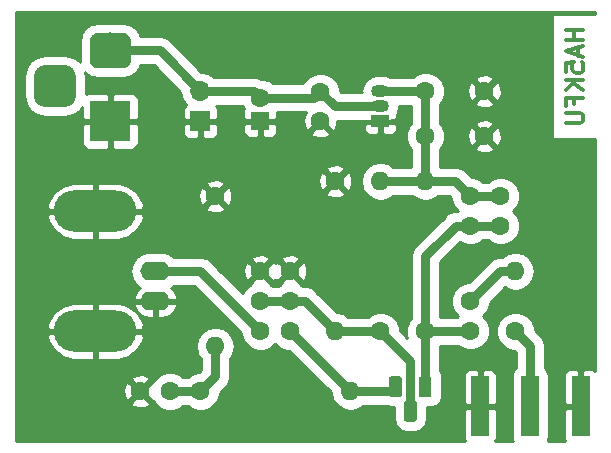
<source format=gbr>
G04 #@! TF.GenerationSoftware,KiCad,Pcbnew,5.0.0+dfsg1-2*
G04 #@! TF.CreationDate,2019-11-12T11:48:30+01:00*
G04 #@! TF.ProjectId,project1,70726F6A656374312E6B696361645F70,rev?*
G04 #@! TF.SameCoordinates,Original*
G04 #@! TF.FileFunction,Copper,L2,Bot,Signal*
G04 #@! TF.FilePolarity,Positive*
%FSLAX46Y46*%
G04 Gerber Fmt 4.6, Leading zero omitted, Abs format (unit mm)*
G04 Created by KiCad (PCBNEW 5.0.0+dfsg1-2) date Tue Nov 12 11:48:30 2019*
%MOMM*%
%LPD*%
G01*
G04 APERTURE LIST*
G04 #@! TA.AperFunction,NonConductor*
%ADD10C,0.300000*%
G04 #@! TD*
G04 #@! TA.AperFunction,ComponentPad*
%ADD11C,1.600000*%
G04 #@! TD*
G04 #@! TA.AperFunction,ComponentPad*
%ADD12O,1.600000X1.600000*%
G04 #@! TD*
G04 #@! TA.AperFunction,ComponentPad*
%ADD13R,1.600000X1.600000*%
G04 #@! TD*
G04 #@! TA.AperFunction,ComponentPad*
%ADD14R,3.500000X3.500000*%
G04 #@! TD*
G04 #@! TA.AperFunction,Conductor*
%ADD15C,0.100000*%
G04 #@! TD*
G04 #@! TA.AperFunction,ComponentPad*
%ADD16C,3.000000*%
G04 #@! TD*
G04 #@! TA.AperFunction,ComponentPad*
%ADD17C,3.500000*%
G04 #@! TD*
G04 #@! TA.AperFunction,ComponentPad*
%ADD18O,7.000000X3.500000*%
G04 #@! TD*
G04 #@! TA.AperFunction,ComponentPad*
%ADD19O,2.500000X1.600000*%
G04 #@! TD*
G04 #@! TA.AperFunction,SMDPad,CuDef*
%ADD20R,1.500000X5.080000*%
G04 #@! TD*
G04 #@! TA.AperFunction,ComponentPad*
%ADD21R,1.700000X1.700000*%
G04 #@! TD*
G04 #@! TA.AperFunction,ComponentPad*
%ADD22O,1.700000X1.700000*%
G04 #@! TD*
G04 #@! TA.AperFunction,ComponentPad*
%ADD23C,1.100000*%
G04 #@! TD*
G04 #@! TA.AperFunction,ComponentPad*
%ADD24R,1.100000X1.800000*%
G04 #@! TD*
G04 #@! TA.AperFunction,ComponentPad*
%ADD25O,1.500000X1.050000*%
G04 #@! TD*
G04 #@! TA.AperFunction,ComponentPad*
%ADD26R,1.500000X1.050000*%
G04 #@! TD*
G04 #@! TA.AperFunction,Conductor*
%ADD27C,0.800000*%
G04 #@! TD*
G04 #@! TA.AperFunction,Conductor*
%ADD28C,0.254000*%
G04 #@! TD*
G04 APERTURE END LIST*
D10*
X163238571Y-76045714D02*
X161738571Y-76045714D01*
X162452857Y-76045714D02*
X162452857Y-76902857D01*
X163238571Y-76902857D02*
X161738571Y-76902857D01*
X162810000Y-77545714D02*
X162810000Y-78260000D01*
X163238571Y-77402857D02*
X161738571Y-77902857D01*
X163238571Y-78402857D01*
X161738571Y-79617142D02*
X161738571Y-78902857D01*
X162452857Y-78831428D01*
X162381428Y-78902857D01*
X162310000Y-79045714D01*
X162310000Y-79402857D01*
X162381428Y-79545714D01*
X162452857Y-79617142D01*
X162595714Y-79688571D01*
X162952857Y-79688571D01*
X163095714Y-79617142D01*
X163167142Y-79545714D01*
X163238571Y-79402857D01*
X163238571Y-79045714D01*
X163167142Y-78902857D01*
X163095714Y-78831428D01*
X163238571Y-80331428D02*
X161738571Y-80331428D01*
X163238571Y-81188571D02*
X162381428Y-80545714D01*
X161738571Y-81188571D02*
X162595714Y-80331428D01*
X162452857Y-82331428D02*
X162452857Y-81831428D01*
X163238571Y-81831428D02*
X161738571Y-81831428D01*
X161738571Y-82545714D01*
X161738571Y-83117142D02*
X162952857Y-83117142D01*
X163095714Y-83188571D01*
X163167142Y-83260000D01*
X163238571Y-83402857D01*
X163238571Y-83688571D01*
X163167142Y-83831428D01*
X163095714Y-83902857D01*
X162952857Y-83974285D01*
X161738571Y-83974285D01*
D11*
G04 #@! TO.P,L2,1*
G04 #@! TO.N,Net-(J2-Pad1)*
X157480000Y-101600000D03*
D12*
G04 #@! TO.P,L2,2*
G04 #@! TO.N,Net-(C7-Pad1)*
X157480000Y-96520000D03*
G04 #@! TD*
D13*
G04 #@! TO.P,C4,1*
G04 #@! TO.N,GND*
X135890000Y-83820000D03*
D11*
G04 #@! TO.P,C4,2*
G04 #@! TO.N,Net-(BT1-Pad2)*
X135890000Y-81820000D03*
G04 #@! TD*
G04 #@! TO.P,C2,1*
G04 #@! TO.N,GND*
X140970000Y-83820000D03*
G04 #@! TO.P,C2,2*
G04 #@! TO.N,Net-(BT1-Pad2)*
X140970000Y-81320000D03*
G04 #@! TD*
G04 #@! TO.P,C1,2*
G04 #@! TO.N,Net-(C1-Pad2)*
X135890000Y-99020000D03*
G04 #@! TO.P,C1,1*
G04 #@! TO.N,GND*
X135890000Y-96520000D03*
G04 #@! TD*
G04 #@! TO.P,C3,1*
G04 #@! TO.N,GND*
X138430000Y-96520000D03*
G04 #@! TO.P,C3,2*
G04 #@! TO.N,Net-(C1-Pad2)*
X138430000Y-99020000D03*
G04 #@! TD*
G04 #@! TO.P,C5,1*
G04 #@! TO.N,Net-(C11-Pad1)*
X153670000Y-92670000D03*
G04 #@! TO.P,C5,2*
G04 #@! TO.N,-9V*
X153670000Y-90170000D03*
G04 #@! TD*
G04 #@! TO.P,C6,2*
G04 #@! TO.N,Net-(C6-Pad2)*
X138390000Y-101600000D03*
G04 #@! TO.P,C6,1*
G04 #@! TO.N,Net-(C6-Pad1)*
X135890000Y-101600000D03*
G04 #@! TD*
G04 #@! TO.P,C7,1*
G04 #@! TO.N,Net-(C7-Pad1)*
X153670000Y-99060000D03*
G04 #@! TO.P,C7,2*
G04 #@! TO.N,Net-(C11-Pad1)*
X153670000Y-101560000D03*
G04 #@! TD*
G04 #@! TO.P,C10,2*
G04 #@! TO.N,GND*
X125730000Y-106680000D03*
G04 #@! TO.P,C10,1*
G04 #@! TO.N,Net-(C10-Pad1)*
X128230000Y-106680000D03*
G04 #@! TD*
G04 #@! TO.P,C11,1*
G04 #@! TO.N,Net-(C11-Pad1)*
X156210000Y-92670000D03*
G04 #@! TO.P,C11,2*
G04 #@! TO.N,-9V*
X156210000Y-90170000D03*
G04 #@! TD*
G04 #@! TO.P,C9,2*
G04 #@! TO.N,GND*
X154860000Y-81280000D03*
G04 #@! TO.P,C9,1*
G04 #@! TO.N,-9V*
X149860000Y-81280000D03*
G04 #@! TD*
G04 #@! TO.P,C8,1*
G04 #@! TO.N,-9V*
X149860000Y-85090000D03*
G04 #@! TO.P,C8,2*
G04 #@! TO.N,GND*
X154860000Y-85090000D03*
G04 #@! TD*
D14*
G04 #@! TO.P,J3,1*
G04 #@! TO.N,GND*
X123190000Y-83820000D03*
D15*
G04 #@! TD*
G04 #@! TO.N,Net-(BT1-Pad2)*
G04 #@! TO.C,J3*
G36*
X124263513Y-76323611D02*
X124336318Y-76334411D01*
X124407714Y-76352295D01*
X124477013Y-76377090D01*
X124543548Y-76408559D01*
X124606678Y-76446398D01*
X124665795Y-76490242D01*
X124720330Y-76539670D01*
X124769758Y-76594205D01*
X124813602Y-76653322D01*
X124851441Y-76716452D01*
X124882910Y-76782987D01*
X124907705Y-76852286D01*
X124925589Y-76923682D01*
X124936389Y-76996487D01*
X124940000Y-77070000D01*
X124940000Y-78570000D01*
X124936389Y-78643513D01*
X124925589Y-78716318D01*
X124907705Y-78787714D01*
X124882910Y-78857013D01*
X124851441Y-78923548D01*
X124813602Y-78986678D01*
X124769758Y-79045795D01*
X124720330Y-79100330D01*
X124665795Y-79149758D01*
X124606678Y-79193602D01*
X124543548Y-79231441D01*
X124477013Y-79262910D01*
X124407714Y-79287705D01*
X124336318Y-79305589D01*
X124263513Y-79316389D01*
X124190000Y-79320000D01*
X122190000Y-79320000D01*
X122116487Y-79316389D01*
X122043682Y-79305589D01*
X121972286Y-79287705D01*
X121902987Y-79262910D01*
X121836452Y-79231441D01*
X121773322Y-79193602D01*
X121714205Y-79149758D01*
X121659670Y-79100330D01*
X121610242Y-79045795D01*
X121566398Y-78986678D01*
X121528559Y-78923548D01*
X121497090Y-78857013D01*
X121472295Y-78787714D01*
X121454411Y-78716318D01*
X121443611Y-78643513D01*
X121440000Y-78570000D01*
X121440000Y-77070000D01*
X121443611Y-76996487D01*
X121454411Y-76923682D01*
X121472295Y-76852286D01*
X121497090Y-76782987D01*
X121528559Y-76716452D01*
X121566398Y-76653322D01*
X121610242Y-76594205D01*
X121659670Y-76539670D01*
X121714205Y-76490242D01*
X121773322Y-76446398D01*
X121836452Y-76408559D01*
X121902987Y-76377090D01*
X121972286Y-76352295D01*
X122043682Y-76334411D01*
X122116487Y-76323611D01*
X122190000Y-76320000D01*
X124190000Y-76320000D01*
X124263513Y-76323611D01*
X124263513Y-76323611D01*
G37*
D16*
G04 #@! TO.P,J3,2*
G04 #@! TO.N,Net-(BT1-Pad2)*
X123190000Y-77820000D03*
D15*
G04 #@! TD*
G04 #@! TO.N,N/C*
G04 #@! TO.C,J3*
G36*
X119450765Y-79074213D02*
X119535704Y-79086813D01*
X119618999Y-79107677D01*
X119699848Y-79136605D01*
X119777472Y-79173319D01*
X119851124Y-79217464D01*
X119920094Y-79268616D01*
X119983718Y-79326282D01*
X120041384Y-79389906D01*
X120092536Y-79458876D01*
X120136681Y-79532528D01*
X120173395Y-79610152D01*
X120202323Y-79691001D01*
X120223187Y-79774296D01*
X120235787Y-79859235D01*
X120240000Y-79945000D01*
X120240000Y-81695000D01*
X120235787Y-81780765D01*
X120223187Y-81865704D01*
X120202323Y-81948999D01*
X120173395Y-82029848D01*
X120136681Y-82107472D01*
X120092536Y-82181124D01*
X120041384Y-82250094D01*
X119983718Y-82313718D01*
X119920094Y-82371384D01*
X119851124Y-82422536D01*
X119777472Y-82466681D01*
X119699848Y-82503395D01*
X119618999Y-82532323D01*
X119535704Y-82553187D01*
X119450765Y-82565787D01*
X119365000Y-82570000D01*
X117615000Y-82570000D01*
X117529235Y-82565787D01*
X117444296Y-82553187D01*
X117361001Y-82532323D01*
X117280152Y-82503395D01*
X117202528Y-82466681D01*
X117128876Y-82422536D01*
X117059906Y-82371384D01*
X116996282Y-82313718D01*
X116938616Y-82250094D01*
X116887464Y-82181124D01*
X116843319Y-82107472D01*
X116806605Y-82029848D01*
X116777677Y-81948999D01*
X116756813Y-81865704D01*
X116744213Y-81780765D01*
X116740000Y-81695000D01*
X116740000Y-79945000D01*
X116744213Y-79859235D01*
X116756813Y-79774296D01*
X116777677Y-79691001D01*
X116806605Y-79610152D01*
X116843319Y-79532528D01*
X116887464Y-79458876D01*
X116938616Y-79389906D01*
X116996282Y-79326282D01*
X117059906Y-79268616D01*
X117128876Y-79217464D01*
X117202528Y-79173319D01*
X117280152Y-79136605D01*
X117361001Y-79107677D01*
X117444296Y-79086813D01*
X117529235Y-79074213D01*
X117615000Y-79070000D01*
X119365000Y-79070000D01*
X119450765Y-79074213D01*
X119450765Y-79074213D01*
G37*
D17*
G04 #@! TO.P,J3,3*
G04 #@! TO.N,N/C*
X118490000Y-80820000D03*
G04 #@! TD*
D18*
G04 #@! TO.P,J1,2*
G04 #@! TO.N,GND*
X121920000Y-101600000D03*
X121920000Y-91440000D03*
D19*
G04 #@! TO.P,J1,1*
G04 #@! TO.N,Net-(C6-Pad1)*
X127000000Y-96520000D03*
G04 #@! TO.P,J1,2*
G04 #@! TO.N,GND*
X127000000Y-99060000D03*
G04 #@! TD*
D20*
G04 #@! TO.P,J2,2*
G04 #@! TO.N,GND*
X163000000Y-107950000D03*
X154500000Y-107950000D03*
G04 #@! TO.P,J2,1*
G04 #@! TO.N,Net-(J2-Pad1)*
X158750000Y-107950000D03*
G04 #@! TD*
D21*
G04 #@! TO.P,BT1,1*
G04 #@! TO.N,GND*
X130810000Y-83820000D03*
D22*
G04 #@! TO.P,BT1,2*
G04 #@! TO.N,Net-(BT1-Pad2)*
X130810000Y-81280000D03*
G04 #@! TD*
D15*
G04 #@! TO.N,Net-(C1-Pad2)*
G04 #@! TO.C,Q1*
G36*
X148891955Y-107451324D02*
X148918650Y-107455284D01*
X148944828Y-107461841D01*
X148970238Y-107470933D01*
X148994634Y-107482472D01*
X149017782Y-107496346D01*
X149039458Y-107512422D01*
X149059454Y-107530546D01*
X149077578Y-107550542D01*
X149093654Y-107572218D01*
X149107528Y-107595366D01*
X149119067Y-107619762D01*
X149128159Y-107645172D01*
X149134716Y-107671350D01*
X149138676Y-107698045D01*
X149140000Y-107725000D01*
X149140000Y-108975000D01*
X149138676Y-109001955D01*
X149134716Y-109028650D01*
X149128159Y-109054828D01*
X149119067Y-109080238D01*
X149107528Y-109104634D01*
X149093654Y-109127782D01*
X149077578Y-109149458D01*
X149059454Y-109169454D01*
X149039458Y-109187578D01*
X149017782Y-109203654D01*
X148994634Y-109217528D01*
X148970238Y-109229067D01*
X148944828Y-109238159D01*
X148918650Y-109244716D01*
X148891955Y-109248676D01*
X148865000Y-109250000D01*
X148315000Y-109250000D01*
X148288045Y-109248676D01*
X148261350Y-109244716D01*
X148235172Y-109238159D01*
X148209762Y-109229067D01*
X148185366Y-109217528D01*
X148162218Y-109203654D01*
X148140542Y-109187578D01*
X148120546Y-109169454D01*
X148102422Y-109149458D01*
X148086346Y-109127782D01*
X148072472Y-109104634D01*
X148060933Y-109080238D01*
X148051841Y-109054828D01*
X148045284Y-109028650D01*
X148041324Y-109001955D01*
X148040000Y-108975000D01*
X148040000Y-107725000D01*
X148041324Y-107698045D01*
X148045284Y-107671350D01*
X148051841Y-107645172D01*
X148060933Y-107619762D01*
X148072472Y-107595366D01*
X148086346Y-107572218D01*
X148102422Y-107550542D01*
X148120546Y-107530546D01*
X148140542Y-107512422D01*
X148162218Y-107496346D01*
X148185366Y-107482472D01*
X148209762Y-107470933D01*
X148235172Y-107461841D01*
X148261350Y-107455284D01*
X148288045Y-107451324D01*
X148315000Y-107450000D01*
X148865000Y-107450000D01*
X148891955Y-107451324D01*
X148891955Y-107451324D01*
G37*
D23*
G04 #@! TD*
G04 #@! TO.P,Q1,2*
G04 #@! TO.N,Net-(C1-Pad2)*
X148590000Y-108350000D03*
D15*
G04 #@! TO.N,Net-(C6-Pad2)*
G04 #@! TO.C,Q1*
G36*
X147621955Y-105381324D02*
X147648650Y-105385284D01*
X147674828Y-105391841D01*
X147700238Y-105400933D01*
X147724634Y-105412472D01*
X147747782Y-105426346D01*
X147769458Y-105442422D01*
X147789454Y-105460546D01*
X147807578Y-105480542D01*
X147823654Y-105502218D01*
X147837528Y-105525366D01*
X147849067Y-105549762D01*
X147858159Y-105575172D01*
X147864716Y-105601350D01*
X147868676Y-105628045D01*
X147870000Y-105655000D01*
X147870000Y-106905000D01*
X147868676Y-106931955D01*
X147864716Y-106958650D01*
X147858159Y-106984828D01*
X147849067Y-107010238D01*
X147837528Y-107034634D01*
X147823654Y-107057782D01*
X147807578Y-107079458D01*
X147789454Y-107099454D01*
X147769458Y-107117578D01*
X147747782Y-107133654D01*
X147724634Y-107147528D01*
X147700238Y-107159067D01*
X147674828Y-107168159D01*
X147648650Y-107174716D01*
X147621955Y-107178676D01*
X147595000Y-107180000D01*
X147045000Y-107180000D01*
X147018045Y-107178676D01*
X146991350Y-107174716D01*
X146965172Y-107168159D01*
X146939762Y-107159067D01*
X146915366Y-107147528D01*
X146892218Y-107133654D01*
X146870542Y-107117578D01*
X146850546Y-107099454D01*
X146832422Y-107079458D01*
X146816346Y-107057782D01*
X146802472Y-107034634D01*
X146790933Y-107010238D01*
X146781841Y-106984828D01*
X146775284Y-106958650D01*
X146771324Y-106931955D01*
X146770000Y-106905000D01*
X146770000Y-105655000D01*
X146771324Y-105628045D01*
X146775284Y-105601350D01*
X146781841Y-105575172D01*
X146790933Y-105549762D01*
X146802472Y-105525366D01*
X146816346Y-105502218D01*
X146832422Y-105480542D01*
X146850546Y-105460546D01*
X146870542Y-105442422D01*
X146892218Y-105426346D01*
X146915366Y-105412472D01*
X146939762Y-105400933D01*
X146965172Y-105391841D01*
X146991350Y-105385284D01*
X147018045Y-105381324D01*
X147045000Y-105380000D01*
X147595000Y-105380000D01*
X147621955Y-105381324D01*
X147621955Y-105381324D01*
G37*
D23*
G04 #@! TD*
G04 #@! TO.P,Q1,3*
G04 #@! TO.N,Net-(C6-Pad2)*
X147320000Y-106280000D03*
D24*
G04 #@! TO.P,Q1,1*
G04 #@! TO.N,Net-(C11-Pad1)*
X149860000Y-106280000D03*
G04 #@! TD*
D25*
G04 #@! TO.P,U1,2*
G04 #@! TO.N,Net-(BT1-Pad2)*
X146050000Y-82550000D03*
G04 #@! TO.P,U1,3*
G04 #@! TO.N,-9V*
X146050000Y-81280000D03*
D26*
G04 #@! TO.P,U1,1*
G04 #@! TO.N,GND*
X146050000Y-83820000D03*
G04 #@! TD*
D12*
G04 #@! TO.P,R3,2*
G04 #@! TO.N,Net-(C10-Pad1)*
X132080000Y-102870000D03*
D11*
G04 #@! TO.P,R3,1*
G04 #@! TO.N,GND*
X132080000Y-90170000D03*
G04 #@! TD*
G04 #@! TO.P,L1,1*
G04 #@! TO.N,Net-(C11-Pad1)*
X149860000Y-101600000D03*
D12*
G04 #@! TO.P,L1,2*
G04 #@! TO.N,-9V*
X149860000Y-88900000D03*
G04 #@! TD*
D11*
G04 #@! TO.P,L3,1*
G04 #@! TO.N,Net-(C10-Pad1)*
X130810000Y-106680000D03*
D12*
G04 #@! TO.P,L3,2*
G04 #@! TO.N,Net-(C6-Pad2)*
X143510000Y-106680000D03*
G04 #@! TD*
G04 #@! TO.P,R1,2*
G04 #@! TO.N,Net-(C1-Pad2)*
X142240000Y-101600000D03*
D11*
G04 #@! TO.P,R1,1*
G04 #@! TO.N,GND*
X142240000Y-88900000D03*
G04 #@! TD*
G04 #@! TO.P,R2,1*
G04 #@! TO.N,Net-(C1-Pad2)*
X146050000Y-101600000D03*
D12*
G04 #@! TO.P,R2,2*
G04 #@! TO.N,-9V*
X146050000Y-88900000D03*
G04 #@! TD*
D27*
G04 #@! TO.N,Net-(C1-Pad2)*
X135890000Y-99020000D02*
X138430000Y-99020000D01*
X139660000Y-99020000D02*
X142240000Y-101600000D01*
X138430000Y-99020000D02*
X139660000Y-99020000D01*
X142240000Y-101600000D02*
X146050000Y-101600000D01*
X148590000Y-104140000D02*
X146050000Y-101600000D01*
X148590000Y-107950000D02*
X148590000Y-104140000D01*
G04 #@! TO.N,-9V*
X146050000Y-81280000D02*
X149860000Y-81280000D01*
X149860000Y-81280000D02*
X149860000Y-85090000D01*
X146050000Y-88900000D02*
X149860000Y-88900000D01*
X149860000Y-88900000D02*
X149860000Y-85090000D01*
X152400000Y-88900000D02*
X153670000Y-90170000D01*
X149860000Y-88900000D02*
X152400000Y-88900000D01*
X153670000Y-90170000D02*
X156210000Y-90170000D01*
G04 #@! TO.N,Net-(C10-Pad1)*
X132080000Y-105410000D02*
X130810000Y-106680000D01*
X132080000Y-102870000D02*
X132080000Y-105410000D01*
X130810000Y-106680000D02*
X128230000Y-106680000D01*
G04 #@! TO.N,Net-(C6-Pad2)*
X138430000Y-101600000D02*
X143510000Y-106680000D01*
X138390000Y-101600000D02*
X138430000Y-101600000D01*
X143510000Y-106680000D02*
X147320000Y-106680000D01*
G04 #@! TO.N,Net-(C7-Pad1)*
X156210000Y-96520000D02*
X153670000Y-99060000D01*
X157480000Y-96520000D02*
X156210000Y-96520000D01*
G04 #@! TO.N,Net-(J2-Pad1)*
X158750000Y-102870000D02*
X157480000Y-101600000D01*
X158750000Y-107950000D02*
X158750000Y-102870000D01*
G04 #@! TO.N,Net-(C11-Pad1)*
X149860000Y-101600000D02*
X149860000Y-106680000D01*
X153630000Y-101600000D02*
X153670000Y-101560000D01*
X149860000Y-101600000D02*
X153630000Y-101600000D01*
X153670000Y-92670000D02*
X152440000Y-92670000D01*
X149860000Y-95250000D02*
X149860000Y-101600000D01*
X152440000Y-92670000D02*
X149860000Y-95250000D01*
X156210000Y-92670000D02*
X153670000Y-92670000D01*
G04 #@! TO.N,Net-(BT1-Pad2)*
X127350000Y-77820000D02*
X130810000Y-81280000D01*
X123190000Y-77820000D02*
X127350000Y-77820000D01*
X135350000Y-81280000D02*
X135890000Y-81820000D01*
X130810000Y-81280000D02*
X135350000Y-81280000D01*
X140470000Y-81820000D02*
X140970000Y-81320000D01*
X135890000Y-81820000D02*
X140470000Y-81820000D01*
X142200000Y-82550000D02*
X140970000Y-81320000D01*
X146050000Y-82550000D02*
X142200000Y-82550000D01*
G04 #@! TO.N,Net-(C6-Pad1)*
X130810000Y-96520000D02*
X135890000Y-101600000D01*
X127000000Y-96520000D02*
X130810000Y-96520000D01*
G04 #@! TD*
D28*
G04 #@! TO.N,GND*
G36*
X164198000Y-74711571D02*
X160578000Y-74711571D01*
X160578000Y-85308428D01*
X164198000Y-85308428D01*
X164198001Y-104959975D01*
X164109698Y-104871673D01*
X163876309Y-104775000D01*
X163285750Y-104775000D01*
X163127000Y-104933750D01*
X163127000Y-107823000D01*
X163147000Y-107823000D01*
X163147000Y-108077000D01*
X163127000Y-108077000D01*
X163127000Y-108097000D01*
X162873000Y-108097000D01*
X162873000Y-108077000D01*
X161773750Y-108077000D01*
X161615000Y-108235750D01*
X161615000Y-110616310D01*
X161711673Y-110849699D01*
X161719974Y-110858000D01*
X160248733Y-110858000D01*
X160279016Y-110812679D01*
X160343201Y-110490000D01*
X160343201Y-105410000D01*
X160318077Y-105283690D01*
X161615000Y-105283690D01*
X161615000Y-107664250D01*
X161773750Y-107823000D01*
X162873000Y-107823000D01*
X162873000Y-104933750D01*
X162714250Y-104775000D01*
X162123691Y-104775000D01*
X161890302Y-104871673D01*
X161711673Y-105050301D01*
X161615000Y-105283690D01*
X160318077Y-105283690D01*
X160279016Y-105087321D01*
X160096233Y-104813767D01*
X159977000Y-104734098D01*
X159977000Y-102990842D01*
X160001037Y-102869999D01*
X159977000Y-102749154D01*
X159977000Y-102749153D01*
X159905808Y-102391248D01*
X159801289Y-102234824D01*
X159703071Y-102087831D01*
X159703070Y-102087830D01*
X159634617Y-101985383D01*
X159532169Y-101916930D01*
X159107000Y-101491760D01*
X159107000Y-101276370D01*
X158859304Y-100678378D01*
X158401622Y-100220696D01*
X157803630Y-99973000D01*
X157156370Y-99973000D01*
X156558378Y-100220696D01*
X156100696Y-100678378D01*
X155853000Y-101276370D01*
X155853000Y-101923630D01*
X156100696Y-102521622D01*
X156558378Y-102979304D01*
X157156370Y-103227000D01*
X157371760Y-103227000D01*
X157523001Y-103378241D01*
X157523001Y-104734098D01*
X157403767Y-104813767D01*
X157220984Y-105087321D01*
X157156799Y-105410000D01*
X157156799Y-110490000D01*
X157220984Y-110812679D01*
X157251267Y-110858000D01*
X155780026Y-110858000D01*
X155788327Y-110849699D01*
X155885000Y-110616310D01*
X155885000Y-108235750D01*
X155726250Y-108077000D01*
X154627000Y-108077000D01*
X154627000Y-108097000D01*
X154373000Y-108097000D01*
X154373000Y-108077000D01*
X153273750Y-108077000D01*
X153115000Y-108235750D01*
X153115000Y-110616310D01*
X153211673Y-110849699D01*
X153219974Y-110858000D01*
X115202000Y-110858000D01*
X115202000Y-107687745D01*
X124901861Y-107687745D01*
X124975995Y-107933864D01*
X125513223Y-108126965D01*
X126083454Y-108099778D01*
X126484005Y-107933864D01*
X126558139Y-107687745D01*
X125730000Y-106859605D01*
X124901861Y-107687745D01*
X115202000Y-107687745D01*
X115202000Y-106463223D01*
X124283035Y-106463223D01*
X124310222Y-107033454D01*
X124476136Y-107434005D01*
X124722255Y-107508139D01*
X125550395Y-106680000D01*
X125909605Y-106680000D01*
X126737745Y-107508139D01*
X126803740Y-107488260D01*
X126850696Y-107601622D01*
X127308378Y-108059304D01*
X127906370Y-108307000D01*
X128553630Y-108307000D01*
X129151622Y-108059304D01*
X129303926Y-107907000D01*
X129736074Y-107907000D01*
X129888378Y-108059304D01*
X130486370Y-108307000D01*
X131133630Y-108307000D01*
X131731622Y-108059304D01*
X132189304Y-107601622D01*
X132437000Y-107003630D01*
X132437000Y-106788240D01*
X132862169Y-106363070D01*
X132964617Y-106294617D01*
X133235808Y-105888752D01*
X133307000Y-105530847D01*
X133307000Y-105530844D01*
X133331037Y-105410001D01*
X133307000Y-105289158D01*
X133307000Y-103962186D01*
X133612600Y-103504824D01*
X133738874Y-102870000D01*
X133612600Y-102235176D01*
X133253001Y-101696999D01*
X132714824Y-101337400D01*
X132240242Y-101243000D01*
X131919758Y-101243000D01*
X131445176Y-101337400D01*
X130906999Y-101696999D01*
X130547400Y-102235176D01*
X130421126Y-102870000D01*
X130547400Y-103504824D01*
X130853000Y-103962187D01*
X130853001Y-104901760D01*
X130701760Y-105053000D01*
X130486370Y-105053000D01*
X129888378Y-105300696D01*
X129736074Y-105453000D01*
X129303926Y-105453000D01*
X129151622Y-105300696D01*
X128553630Y-105053000D01*
X127906370Y-105053000D01*
X127308378Y-105300696D01*
X126850696Y-105758378D01*
X126803740Y-105871740D01*
X126737745Y-105851861D01*
X125909605Y-106680000D01*
X125550395Y-106680000D01*
X124722255Y-105851861D01*
X124476136Y-105925995D01*
X124283035Y-106463223D01*
X115202000Y-106463223D01*
X115202000Y-105672255D01*
X124901861Y-105672255D01*
X125730000Y-106500395D01*
X126558139Y-105672255D01*
X126484005Y-105426136D01*
X125946777Y-105233035D01*
X125376546Y-105260222D01*
X124975995Y-105426136D01*
X124901861Y-105672255D01*
X115202000Y-105672255D01*
X115202000Y-102098003D01*
X117837573Y-102098003D01*
X117917946Y-102395367D01*
X118393747Y-103196647D01*
X119139967Y-103754852D01*
X120043000Y-103985000D01*
X121793000Y-103985000D01*
X121793000Y-101727000D01*
X122047000Y-101727000D01*
X122047000Y-103985000D01*
X123797000Y-103985000D01*
X124700033Y-103754852D01*
X125446253Y-103196647D01*
X125922054Y-102395367D01*
X126002427Y-102098003D01*
X125892625Y-101727000D01*
X122047000Y-101727000D01*
X121793000Y-101727000D01*
X117947375Y-101727000D01*
X117837573Y-102098003D01*
X115202000Y-102098003D01*
X115202000Y-101101997D01*
X117837573Y-101101997D01*
X117947375Y-101473000D01*
X121793000Y-101473000D01*
X121793000Y-99215000D01*
X122047000Y-99215000D01*
X122047000Y-101473000D01*
X125892625Y-101473000D01*
X126002427Y-101101997D01*
X125922054Y-100804633D01*
X125446253Y-100003353D01*
X124700033Y-99445148D01*
X124558352Y-99409039D01*
X125158096Y-99409039D01*
X125175633Y-99491819D01*
X125445500Y-99984896D01*
X125883517Y-100337166D01*
X126423000Y-100495000D01*
X126873000Y-100495000D01*
X126873000Y-99187000D01*
X127127000Y-99187000D01*
X127127000Y-100495000D01*
X127577000Y-100495000D01*
X128116483Y-100337166D01*
X128554500Y-99984896D01*
X128824367Y-99491819D01*
X128841904Y-99409039D01*
X128719915Y-99187000D01*
X127127000Y-99187000D01*
X126873000Y-99187000D01*
X125280085Y-99187000D01*
X125158096Y-99409039D01*
X124558352Y-99409039D01*
X123797000Y-99215000D01*
X122047000Y-99215000D01*
X121793000Y-99215000D01*
X120043000Y-99215000D01*
X119139967Y-99445148D01*
X118393747Y-100003353D01*
X117917946Y-100804633D01*
X117837573Y-101101997D01*
X115202000Y-101101997D01*
X115202000Y-91938003D01*
X117837573Y-91938003D01*
X117917946Y-92235367D01*
X118393747Y-93036647D01*
X119139967Y-93594852D01*
X120043000Y-93825000D01*
X121793000Y-93825000D01*
X121793000Y-91567000D01*
X122047000Y-91567000D01*
X122047000Y-93825000D01*
X123797000Y-93825000D01*
X124700033Y-93594852D01*
X125446253Y-93036647D01*
X125922054Y-92235367D01*
X126002427Y-91938003D01*
X125892625Y-91567000D01*
X122047000Y-91567000D01*
X121793000Y-91567000D01*
X117947375Y-91567000D01*
X117837573Y-91938003D01*
X115202000Y-91938003D01*
X115202000Y-90941997D01*
X117837573Y-90941997D01*
X117947375Y-91313000D01*
X121793000Y-91313000D01*
X121793000Y-89055000D01*
X122047000Y-89055000D01*
X122047000Y-91313000D01*
X125892625Y-91313000D01*
X125932655Y-91177745D01*
X131251861Y-91177745D01*
X131325995Y-91423864D01*
X131863223Y-91616965D01*
X132433454Y-91589778D01*
X132834005Y-91423864D01*
X132908139Y-91177745D01*
X132080000Y-90349605D01*
X131251861Y-91177745D01*
X125932655Y-91177745D01*
X126002427Y-90941997D01*
X125922054Y-90644633D01*
X125511494Y-89953223D01*
X130633035Y-89953223D01*
X130660222Y-90523454D01*
X130826136Y-90924005D01*
X131072255Y-90998139D01*
X131900395Y-90170000D01*
X132259605Y-90170000D01*
X133087745Y-90998139D01*
X133333864Y-90924005D01*
X133526965Y-90386777D01*
X133504127Y-89907745D01*
X141411861Y-89907745D01*
X141485995Y-90153864D01*
X142023223Y-90346965D01*
X142593454Y-90319778D01*
X142994005Y-90153864D01*
X143068139Y-89907745D01*
X142240000Y-89079605D01*
X141411861Y-89907745D01*
X133504127Y-89907745D01*
X133499778Y-89816546D01*
X133333864Y-89415995D01*
X133087745Y-89341861D01*
X132259605Y-90170000D01*
X131900395Y-90170000D01*
X131072255Y-89341861D01*
X130826136Y-89415995D01*
X130633035Y-89953223D01*
X125511494Y-89953223D01*
X125446253Y-89843353D01*
X124700033Y-89285148D01*
X124217838Y-89162255D01*
X131251861Y-89162255D01*
X132080000Y-89990395D01*
X132908139Y-89162255D01*
X132834005Y-88916136D01*
X132296777Y-88723035D01*
X131726546Y-88750222D01*
X131325995Y-88916136D01*
X131251861Y-89162255D01*
X124217838Y-89162255D01*
X123797000Y-89055000D01*
X122047000Y-89055000D01*
X121793000Y-89055000D01*
X120043000Y-89055000D01*
X119139967Y-89285148D01*
X118393747Y-89843353D01*
X117917946Y-90644633D01*
X117837573Y-90941997D01*
X115202000Y-90941997D01*
X115202000Y-88683223D01*
X140793035Y-88683223D01*
X140820222Y-89253454D01*
X140986136Y-89654005D01*
X141232255Y-89728139D01*
X142060395Y-88900000D01*
X142419605Y-88900000D01*
X143247745Y-89728139D01*
X143493864Y-89654005D01*
X143686965Y-89116777D01*
X143659778Y-88546546D01*
X143493864Y-88145995D01*
X143247745Y-88071861D01*
X142419605Y-88900000D01*
X142060395Y-88900000D01*
X141232255Y-88071861D01*
X140986136Y-88145995D01*
X140793035Y-88683223D01*
X115202000Y-88683223D01*
X115202000Y-87892255D01*
X141411861Y-87892255D01*
X142240000Y-88720395D01*
X143068139Y-87892255D01*
X142994005Y-87646136D01*
X142456777Y-87453035D01*
X141886546Y-87480222D01*
X141485995Y-87646136D01*
X141411861Y-87892255D01*
X115202000Y-87892255D01*
X115202000Y-84105750D01*
X120805000Y-84105750D01*
X120805000Y-85696309D01*
X120901673Y-85929698D01*
X121080301Y-86108327D01*
X121313690Y-86205000D01*
X122904250Y-86205000D01*
X123063000Y-86046250D01*
X123063000Y-83947000D01*
X123317000Y-83947000D01*
X123317000Y-86046250D01*
X123475750Y-86205000D01*
X125066310Y-86205000D01*
X125299699Y-86108327D01*
X125478327Y-85929698D01*
X125575000Y-85696309D01*
X125575000Y-84105750D01*
X129325000Y-84105750D01*
X129325000Y-84796310D01*
X129421673Y-85029699D01*
X129600302Y-85208327D01*
X129833691Y-85305000D01*
X130524250Y-85305000D01*
X130683000Y-85146250D01*
X130683000Y-83947000D01*
X130937000Y-83947000D01*
X130937000Y-85146250D01*
X131095750Y-85305000D01*
X131786309Y-85305000D01*
X132019698Y-85208327D01*
X132198327Y-85029699D01*
X132295000Y-84796310D01*
X132295000Y-84105750D01*
X134455000Y-84105750D01*
X134455000Y-84746309D01*
X134551673Y-84979698D01*
X134730301Y-85158327D01*
X134963690Y-85255000D01*
X135604250Y-85255000D01*
X135763000Y-85096250D01*
X135763000Y-83947000D01*
X136017000Y-83947000D01*
X136017000Y-85096250D01*
X136175750Y-85255000D01*
X136816310Y-85255000D01*
X137049699Y-85158327D01*
X137228327Y-84979698D01*
X137291268Y-84827745D01*
X140141861Y-84827745D01*
X140215995Y-85073864D01*
X140753223Y-85266965D01*
X141323454Y-85239778D01*
X141724005Y-85073864D01*
X141798139Y-84827745D01*
X140970000Y-83999605D01*
X140141861Y-84827745D01*
X137291268Y-84827745D01*
X137325000Y-84746309D01*
X137325000Y-84105750D01*
X137166250Y-83947000D01*
X136017000Y-83947000D01*
X135763000Y-83947000D01*
X134613750Y-83947000D01*
X134455000Y-84105750D01*
X132295000Y-84105750D01*
X132136250Y-83947000D01*
X130937000Y-83947000D01*
X130683000Y-83947000D01*
X129483750Y-83947000D01*
X129325000Y-84105750D01*
X125575000Y-84105750D01*
X125416250Y-83947000D01*
X123317000Y-83947000D01*
X123063000Y-83947000D01*
X120963750Y-83947000D01*
X120805000Y-84105750D01*
X115202000Y-84105750D01*
X115202000Y-79945000D01*
X115896799Y-79945000D01*
X115896799Y-81695000D01*
X116027589Y-82352527D01*
X116400048Y-82909952D01*
X116957473Y-83282411D01*
X117615000Y-83413201D01*
X119365000Y-83413201D01*
X120022527Y-83282411D01*
X120579952Y-82909952D01*
X120805000Y-82573143D01*
X120805000Y-83534250D01*
X120963750Y-83693000D01*
X123063000Y-83693000D01*
X123063000Y-81593750D01*
X123317000Y-81593750D01*
X123317000Y-83693000D01*
X125416250Y-83693000D01*
X125575000Y-83534250D01*
X125575000Y-81943691D01*
X125478327Y-81710302D01*
X125299699Y-81531673D01*
X125066310Y-81435000D01*
X123475750Y-81435000D01*
X123317000Y-81593750D01*
X123063000Y-81593750D01*
X122904250Y-81435000D01*
X121313690Y-81435000D01*
X121083201Y-81530472D01*
X121083201Y-79945000D01*
X121021215Y-79633373D01*
X121063437Y-79696563D01*
X121580308Y-80041926D01*
X122190000Y-80163201D01*
X124190000Y-80163201D01*
X124799692Y-80041926D01*
X125316563Y-79696563D01*
X125661926Y-79179692D01*
X125688320Y-79047000D01*
X126841761Y-79047000D01*
X129106449Y-81311689D01*
X129230301Y-81934333D01*
X129577709Y-82454266D01*
X129421673Y-82610301D01*
X129325000Y-82843690D01*
X129325000Y-83534250D01*
X129483750Y-83693000D01*
X130683000Y-83693000D01*
X130683000Y-83673000D01*
X130937000Y-83673000D01*
X130937000Y-83693000D01*
X132136250Y-83693000D01*
X132295000Y-83534250D01*
X132295000Y-82843690D01*
X132198327Y-82610301D01*
X132095025Y-82507000D01*
X134413513Y-82507000D01*
X134510696Y-82741622D01*
X134515853Y-82746779D01*
X134455000Y-82893691D01*
X134455000Y-83534250D01*
X134613750Y-83693000D01*
X135763000Y-83693000D01*
X135763000Y-83673000D01*
X136017000Y-83673000D01*
X136017000Y-83693000D01*
X137166250Y-83693000D01*
X137325000Y-83534250D01*
X137325000Y-83047000D01*
X139779198Y-83047000D01*
X139716136Y-83065995D01*
X139523035Y-83603223D01*
X139550222Y-84173454D01*
X139716136Y-84574005D01*
X139962255Y-84648139D01*
X140790395Y-83820000D01*
X140776252Y-83805858D01*
X140955858Y-83626252D01*
X140970000Y-83640395D01*
X140984143Y-83626253D01*
X141163748Y-83805858D01*
X141149605Y-83820000D01*
X141977745Y-84648139D01*
X142223864Y-84574005D01*
X142392173Y-84105750D01*
X144665000Y-84105750D01*
X144665000Y-84471309D01*
X144761673Y-84704698D01*
X144940301Y-84883327D01*
X145173690Y-84980000D01*
X145764250Y-84980000D01*
X145923000Y-84821250D01*
X145923000Y-83947000D01*
X146177000Y-83947000D01*
X146177000Y-84821250D01*
X146335750Y-84980000D01*
X146926310Y-84980000D01*
X147159699Y-84883327D01*
X147338327Y-84704698D01*
X147435000Y-84471309D01*
X147435000Y-84105750D01*
X147276250Y-83947000D01*
X146177000Y-83947000D01*
X145923000Y-83947000D01*
X144823750Y-83947000D01*
X144665000Y-84105750D01*
X142392173Y-84105750D01*
X142416965Y-84036777D01*
X142404580Y-83777000D01*
X145227800Y-83777000D01*
X145297476Y-83823556D01*
X145691841Y-83902000D01*
X146408159Y-83902000D01*
X146802524Y-83823556D01*
X146997915Y-83693000D01*
X147276250Y-83693000D01*
X147435000Y-83534250D01*
X147435000Y-83247473D01*
X147548556Y-83077524D01*
X147653487Y-82550000D01*
X147644934Y-82507000D01*
X148633000Y-82507000D01*
X148633001Y-84016073D01*
X148480696Y-84168378D01*
X148233000Y-84766370D01*
X148233000Y-85413630D01*
X148480696Y-86011622D01*
X148633001Y-86163927D01*
X148633000Y-87673000D01*
X147142186Y-87673000D01*
X146684824Y-87367400D01*
X146210242Y-87273000D01*
X145889758Y-87273000D01*
X145415176Y-87367400D01*
X144876999Y-87726999D01*
X144517400Y-88265176D01*
X144391126Y-88900000D01*
X144517400Y-89534824D01*
X144876999Y-90073001D01*
X145415176Y-90432600D01*
X145889758Y-90527000D01*
X146210242Y-90527000D01*
X146684824Y-90432600D01*
X147142186Y-90127000D01*
X148767814Y-90127000D01*
X149225176Y-90432600D01*
X149699758Y-90527000D01*
X150020242Y-90527000D01*
X150494824Y-90432600D01*
X150952186Y-90127000D01*
X151891761Y-90127000D01*
X152043000Y-90278239D01*
X152043000Y-90493630D01*
X152290696Y-91091622D01*
X152619074Y-91420000D01*
X152596074Y-91443000D01*
X152560843Y-91443000D01*
X152440000Y-91418963D01*
X152319157Y-91443000D01*
X152319153Y-91443000D01*
X151961248Y-91514192D01*
X151555383Y-91785383D01*
X151486930Y-91887830D01*
X149077833Y-94296928D01*
X148975383Y-94365383D01*
X148704192Y-94771249D01*
X148633000Y-95129154D01*
X148633000Y-95129157D01*
X148608963Y-95250000D01*
X148633000Y-95370843D01*
X148633001Y-100526073D01*
X148480696Y-100678378D01*
X148233000Y-101276370D01*
X148233000Y-101923630D01*
X148320773Y-102135534D01*
X147677000Y-101491761D01*
X147677000Y-101276370D01*
X147429304Y-100678378D01*
X146971622Y-100220696D01*
X146373630Y-99973000D01*
X145726370Y-99973000D01*
X145128378Y-100220696D01*
X144976074Y-100373000D01*
X143332186Y-100373000D01*
X142874824Y-100067400D01*
X142400242Y-99973000D01*
X142348240Y-99973000D01*
X140613072Y-98237833D01*
X140544617Y-98135383D01*
X140138752Y-97864192D01*
X139780847Y-97793000D01*
X139780843Y-97793000D01*
X139660000Y-97768963D01*
X139539157Y-97793000D01*
X139503926Y-97793000D01*
X139351622Y-97640696D01*
X139238260Y-97593740D01*
X139258139Y-97527745D01*
X138430000Y-96699605D01*
X137601861Y-97527745D01*
X137621740Y-97593740D01*
X137508378Y-97640696D01*
X137356074Y-97793000D01*
X136963926Y-97793000D01*
X136811622Y-97640696D01*
X136698260Y-97593740D01*
X136718139Y-97527745D01*
X135890000Y-96699605D01*
X135061861Y-97527745D01*
X135081740Y-97593740D01*
X134968378Y-97640696D01*
X134510696Y-98098378D01*
X134397323Y-98372084D01*
X132328462Y-96303223D01*
X134443035Y-96303223D01*
X134470222Y-96873454D01*
X134636136Y-97274005D01*
X134882255Y-97348139D01*
X135710395Y-96520000D01*
X136069605Y-96520000D01*
X136897745Y-97348139D01*
X137143864Y-97274005D01*
X137158858Y-97232291D01*
X137176136Y-97274005D01*
X137422255Y-97348139D01*
X138250395Y-96520000D01*
X138609605Y-96520000D01*
X139437745Y-97348139D01*
X139683864Y-97274005D01*
X139876965Y-96736777D01*
X139849778Y-96166546D01*
X139683864Y-95765995D01*
X139437745Y-95691861D01*
X138609605Y-96520000D01*
X138250395Y-96520000D01*
X137422255Y-95691861D01*
X137176136Y-95765995D01*
X137161142Y-95807709D01*
X137143864Y-95765995D01*
X136897745Y-95691861D01*
X136069605Y-96520000D01*
X135710395Y-96520000D01*
X134882255Y-95691861D01*
X134636136Y-95765995D01*
X134443035Y-96303223D01*
X132328462Y-96303223D01*
X131763072Y-95737833D01*
X131694617Y-95635383D01*
X131510344Y-95512255D01*
X135061861Y-95512255D01*
X135890000Y-96340395D01*
X136718139Y-95512255D01*
X137601861Y-95512255D01*
X138430000Y-96340395D01*
X139258139Y-95512255D01*
X139184005Y-95266136D01*
X138646777Y-95073035D01*
X138076546Y-95100222D01*
X137675995Y-95266136D01*
X137601861Y-95512255D01*
X136718139Y-95512255D01*
X136644005Y-95266136D01*
X136106777Y-95073035D01*
X135536546Y-95100222D01*
X135135995Y-95266136D01*
X135061861Y-95512255D01*
X131510344Y-95512255D01*
X131288752Y-95364192D01*
X130930847Y-95293000D01*
X130930843Y-95293000D01*
X130810000Y-95268963D01*
X130689157Y-95293000D01*
X128542186Y-95293000D01*
X128084824Y-94987400D01*
X127610242Y-94893000D01*
X126389758Y-94893000D01*
X125915176Y-94987400D01*
X125376999Y-95346999D01*
X125017400Y-95885176D01*
X124891126Y-96520000D01*
X125017400Y-97154824D01*
X125376999Y-97693001D01*
X125714671Y-97918627D01*
X125445500Y-98135104D01*
X125175633Y-98628181D01*
X125158096Y-98710961D01*
X125280085Y-98933000D01*
X126873000Y-98933000D01*
X126873000Y-98913000D01*
X127127000Y-98913000D01*
X127127000Y-98933000D01*
X128719915Y-98933000D01*
X128841904Y-98710961D01*
X128824367Y-98628181D01*
X128554500Y-98135104D01*
X128285329Y-97918627D01*
X128542186Y-97747000D01*
X130301761Y-97747000D01*
X134263000Y-101708240D01*
X134263000Y-101923630D01*
X134510696Y-102521622D01*
X134968378Y-102979304D01*
X135566370Y-103227000D01*
X136213630Y-103227000D01*
X136811622Y-102979304D01*
X137140000Y-102650926D01*
X137468378Y-102979304D01*
X138066370Y-103227000D01*
X138321761Y-103227000D01*
X141870088Y-106775328D01*
X141977400Y-107314824D01*
X142336999Y-107853001D01*
X142875176Y-108212600D01*
X143349758Y-108307000D01*
X143670242Y-108307000D01*
X144144824Y-108212600D01*
X144602186Y-107907000D01*
X146570564Y-107907000D01*
X146617083Y-107938083D01*
X147045000Y-108023201D01*
X147196799Y-108023201D01*
X147196799Y-108975000D01*
X147281917Y-109402917D01*
X147524312Y-109765688D01*
X147887083Y-110008083D01*
X148315000Y-110093201D01*
X148865000Y-110093201D01*
X149292917Y-110008083D01*
X149655688Y-109765688D01*
X149898083Y-109402917D01*
X149983201Y-108975000D01*
X149983201Y-108023201D01*
X150410000Y-108023201D01*
X150732679Y-107959016D01*
X151006233Y-107776233D01*
X151189016Y-107502679D01*
X151253201Y-107180000D01*
X151253201Y-105380000D01*
X151234044Y-105283690D01*
X153115000Y-105283690D01*
X153115000Y-107664250D01*
X153273750Y-107823000D01*
X154373000Y-107823000D01*
X154373000Y-104933750D01*
X154627000Y-104933750D01*
X154627000Y-107823000D01*
X155726250Y-107823000D01*
X155885000Y-107664250D01*
X155885000Y-105283690D01*
X155788327Y-105050301D01*
X155609698Y-104871673D01*
X155376309Y-104775000D01*
X154785750Y-104775000D01*
X154627000Y-104933750D01*
X154373000Y-104933750D01*
X154214250Y-104775000D01*
X153623691Y-104775000D01*
X153390302Y-104871673D01*
X153211673Y-105050301D01*
X153115000Y-105283690D01*
X151234044Y-105283690D01*
X151189016Y-105057321D01*
X151087000Y-104904643D01*
X151087000Y-102827000D01*
X152636074Y-102827000D01*
X152748378Y-102939304D01*
X153346370Y-103187000D01*
X153993630Y-103187000D01*
X154591622Y-102939304D01*
X155049304Y-102481622D01*
X155297000Y-101883630D01*
X155297000Y-101236370D01*
X155049304Y-100638378D01*
X154720926Y-100310000D01*
X155049304Y-99981622D01*
X155297000Y-99383630D01*
X155297000Y-99168239D01*
X156585890Y-97879350D01*
X156845176Y-98052600D01*
X157319758Y-98147000D01*
X157640242Y-98147000D01*
X158114824Y-98052600D01*
X158653001Y-97693001D01*
X159012600Y-97154824D01*
X159138874Y-96520000D01*
X159012600Y-95885176D01*
X158653001Y-95346999D01*
X158114824Y-94987400D01*
X157640242Y-94893000D01*
X157319758Y-94893000D01*
X156845176Y-94987400D01*
X156387814Y-95293000D01*
X156330842Y-95293000D01*
X156209999Y-95268963D01*
X156089156Y-95293000D01*
X156089153Y-95293000D01*
X155817683Y-95346999D01*
X155731248Y-95364192D01*
X155509657Y-95512255D01*
X155325383Y-95635383D01*
X155256930Y-95737830D01*
X153561761Y-97433000D01*
X153346370Y-97433000D01*
X152748378Y-97680696D01*
X152290696Y-98138378D01*
X152043000Y-98736370D01*
X152043000Y-99383630D01*
X152290696Y-99981622D01*
X152619074Y-100310000D01*
X152556074Y-100373000D01*
X151087000Y-100373000D01*
X151087000Y-95758239D01*
X152782006Y-94063233D01*
X153346370Y-94297000D01*
X153993630Y-94297000D01*
X154591622Y-94049304D01*
X154743926Y-93897000D01*
X155136074Y-93897000D01*
X155288378Y-94049304D01*
X155886370Y-94297000D01*
X156533630Y-94297000D01*
X157131622Y-94049304D01*
X157589304Y-93591622D01*
X157837000Y-92993630D01*
X157837000Y-92346370D01*
X157589304Y-91748378D01*
X157260926Y-91420000D01*
X157589304Y-91091622D01*
X157837000Y-90493630D01*
X157837000Y-89846370D01*
X157589304Y-89248378D01*
X157131622Y-88790696D01*
X156533630Y-88543000D01*
X155886370Y-88543000D01*
X155288378Y-88790696D01*
X155136074Y-88943000D01*
X154743926Y-88943000D01*
X154591622Y-88790696D01*
X153993630Y-88543000D01*
X153778239Y-88543000D01*
X153353072Y-88117833D01*
X153284617Y-88015383D01*
X152878752Y-87744192D01*
X152520847Y-87673000D01*
X152520843Y-87673000D01*
X152400000Y-87648963D01*
X152279157Y-87673000D01*
X151087000Y-87673000D01*
X151087000Y-86163926D01*
X151153181Y-86097745D01*
X154031861Y-86097745D01*
X154105995Y-86343864D01*
X154643223Y-86536965D01*
X155213454Y-86509778D01*
X155614005Y-86343864D01*
X155688139Y-86097745D01*
X154860000Y-85269605D01*
X154031861Y-86097745D01*
X151153181Y-86097745D01*
X151239304Y-86011622D01*
X151487000Y-85413630D01*
X151487000Y-84873223D01*
X153413035Y-84873223D01*
X153440222Y-85443454D01*
X153606136Y-85844005D01*
X153852255Y-85918139D01*
X154680395Y-85090000D01*
X155039605Y-85090000D01*
X155867745Y-85918139D01*
X156113864Y-85844005D01*
X156306965Y-85306777D01*
X156279778Y-84736546D01*
X156113864Y-84335995D01*
X155867745Y-84261861D01*
X155039605Y-85090000D01*
X154680395Y-85090000D01*
X153852255Y-84261861D01*
X153606136Y-84335995D01*
X153413035Y-84873223D01*
X151487000Y-84873223D01*
X151487000Y-84766370D01*
X151239304Y-84168378D01*
X151153181Y-84082255D01*
X154031861Y-84082255D01*
X154860000Y-84910395D01*
X155688139Y-84082255D01*
X155614005Y-83836136D01*
X155076777Y-83643035D01*
X154506546Y-83670222D01*
X154105995Y-83836136D01*
X154031861Y-84082255D01*
X151153181Y-84082255D01*
X151087000Y-84016074D01*
X151087000Y-82353926D01*
X151153181Y-82287745D01*
X154031861Y-82287745D01*
X154105995Y-82533864D01*
X154643223Y-82726965D01*
X155213454Y-82699778D01*
X155614005Y-82533864D01*
X155688139Y-82287745D01*
X154860000Y-81459605D01*
X154031861Y-82287745D01*
X151153181Y-82287745D01*
X151239304Y-82201622D01*
X151487000Y-81603630D01*
X151487000Y-81063223D01*
X153413035Y-81063223D01*
X153440222Y-81633454D01*
X153606136Y-82034005D01*
X153852255Y-82108139D01*
X154680395Y-81280000D01*
X155039605Y-81280000D01*
X155867745Y-82108139D01*
X156113864Y-82034005D01*
X156306965Y-81496777D01*
X156279778Y-80926546D01*
X156113864Y-80525995D01*
X155867745Y-80451861D01*
X155039605Y-81280000D01*
X154680395Y-81280000D01*
X153852255Y-80451861D01*
X153606136Y-80525995D01*
X153413035Y-81063223D01*
X151487000Y-81063223D01*
X151487000Y-80956370D01*
X151239304Y-80358378D01*
X151153181Y-80272255D01*
X154031861Y-80272255D01*
X154860000Y-81100395D01*
X155688139Y-80272255D01*
X155614005Y-80026136D01*
X155076777Y-79833035D01*
X154506546Y-79860222D01*
X154105995Y-80026136D01*
X154031861Y-80272255D01*
X151153181Y-80272255D01*
X150781622Y-79900696D01*
X150183630Y-79653000D01*
X149536370Y-79653000D01*
X148938378Y-79900696D01*
X148786074Y-80053000D01*
X146872200Y-80053000D01*
X146802524Y-80006444D01*
X146408159Y-79928000D01*
X145691841Y-79928000D01*
X145297476Y-80006444D01*
X144850262Y-80305262D01*
X144551444Y-80752476D01*
X144446513Y-81280000D01*
X144455066Y-81323000D01*
X142708240Y-81323000D01*
X142597000Y-81211760D01*
X142597000Y-80996370D01*
X142349304Y-80398378D01*
X141891622Y-79940696D01*
X141293630Y-79693000D01*
X140646370Y-79693000D01*
X140048378Y-79940696D01*
X139590696Y-80398378D01*
X139510081Y-80593000D01*
X136963926Y-80593000D01*
X136811622Y-80440696D01*
X136213630Y-80193000D01*
X135931730Y-80193000D01*
X135828752Y-80124192D01*
X135470847Y-80053000D01*
X135470843Y-80053000D01*
X135350000Y-80028963D01*
X135229157Y-80053000D01*
X131992183Y-80053000D01*
X131464333Y-79700301D01*
X130975168Y-79603000D01*
X130868240Y-79603000D01*
X128303072Y-77037833D01*
X128234617Y-76935383D01*
X127828752Y-76664192D01*
X127470847Y-76593000D01*
X127470843Y-76593000D01*
X127350000Y-76568963D01*
X127229157Y-76593000D01*
X125688320Y-76593000D01*
X125661926Y-76460308D01*
X125316563Y-75943437D01*
X124799692Y-75598074D01*
X124190000Y-75476799D01*
X122190000Y-75476799D01*
X121580308Y-75598074D01*
X121063437Y-75943437D01*
X120718074Y-76460308D01*
X120596799Y-77070000D01*
X120596799Y-78570000D01*
X120649270Y-78833790D01*
X120579952Y-78730048D01*
X120022527Y-78357589D01*
X119365000Y-78226799D01*
X117615000Y-78226799D01*
X116957473Y-78357589D01*
X116400048Y-78730048D01*
X116027589Y-79287473D01*
X115896799Y-79945000D01*
X115202000Y-79945000D01*
X115202000Y-74562000D01*
X164198000Y-74562000D01*
X164198000Y-74711571D01*
X164198000Y-74711571D01*
G37*
X164198000Y-74711571D02*
X160578000Y-74711571D01*
X160578000Y-85308428D01*
X164198000Y-85308428D01*
X164198001Y-104959975D01*
X164109698Y-104871673D01*
X163876309Y-104775000D01*
X163285750Y-104775000D01*
X163127000Y-104933750D01*
X163127000Y-107823000D01*
X163147000Y-107823000D01*
X163147000Y-108077000D01*
X163127000Y-108077000D01*
X163127000Y-108097000D01*
X162873000Y-108097000D01*
X162873000Y-108077000D01*
X161773750Y-108077000D01*
X161615000Y-108235750D01*
X161615000Y-110616310D01*
X161711673Y-110849699D01*
X161719974Y-110858000D01*
X160248733Y-110858000D01*
X160279016Y-110812679D01*
X160343201Y-110490000D01*
X160343201Y-105410000D01*
X160318077Y-105283690D01*
X161615000Y-105283690D01*
X161615000Y-107664250D01*
X161773750Y-107823000D01*
X162873000Y-107823000D01*
X162873000Y-104933750D01*
X162714250Y-104775000D01*
X162123691Y-104775000D01*
X161890302Y-104871673D01*
X161711673Y-105050301D01*
X161615000Y-105283690D01*
X160318077Y-105283690D01*
X160279016Y-105087321D01*
X160096233Y-104813767D01*
X159977000Y-104734098D01*
X159977000Y-102990842D01*
X160001037Y-102869999D01*
X159977000Y-102749154D01*
X159977000Y-102749153D01*
X159905808Y-102391248D01*
X159801289Y-102234824D01*
X159703071Y-102087831D01*
X159703070Y-102087830D01*
X159634617Y-101985383D01*
X159532169Y-101916930D01*
X159107000Y-101491760D01*
X159107000Y-101276370D01*
X158859304Y-100678378D01*
X158401622Y-100220696D01*
X157803630Y-99973000D01*
X157156370Y-99973000D01*
X156558378Y-100220696D01*
X156100696Y-100678378D01*
X155853000Y-101276370D01*
X155853000Y-101923630D01*
X156100696Y-102521622D01*
X156558378Y-102979304D01*
X157156370Y-103227000D01*
X157371760Y-103227000D01*
X157523001Y-103378241D01*
X157523001Y-104734098D01*
X157403767Y-104813767D01*
X157220984Y-105087321D01*
X157156799Y-105410000D01*
X157156799Y-110490000D01*
X157220984Y-110812679D01*
X157251267Y-110858000D01*
X155780026Y-110858000D01*
X155788327Y-110849699D01*
X155885000Y-110616310D01*
X155885000Y-108235750D01*
X155726250Y-108077000D01*
X154627000Y-108077000D01*
X154627000Y-108097000D01*
X154373000Y-108097000D01*
X154373000Y-108077000D01*
X153273750Y-108077000D01*
X153115000Y-108235750D01*
X153115000Y-110616310D01*
X153211673Y-110849699D01*
X153219974Y-110858000D01*
X115202000Y-110858000D01*
X115202000Y-107687745D01*
X124901861Y-107687745D01*
X124975995Y-107933864D01*
X125513223Y-108126965D01*
X126083454Y-108099778D01*
X126484005Y-107933864D01*
X126558139Y-107687745D01*
X125730000Y-106859605D01*
X124901861Y-107687745D01*
X115202000Y-107687745D01*
X115202000Y-106463223D01*
X124283035Y-106463223D01*
X124310222Y-107033454D01*
X124476136Y-107434005D01*
X124722255Y-107508139D01*
X125550395Y-106680000D01*
X125909605Y-106680000D01*
X126737745Y-107508139D01*
X126803740Y-107488260D01*
X126850696Y-107601622D01*
X127308378Y-108059304D01*
X127906370Y-108307000D01*
X128553630Y-108307000D01*
X129151622Y-108059304D01*
X129303926Y-107907000D01*
X129736074Y-107907000D01*
X129888378Y-108059304D01*
X130486370Y-108307000D01*
X131133630Y-108307000D01*
X131731622Y-108059304D01*
X132189304Y-107601622D01*
X132437000Y-107003630D01*
X132437000Y-106788240D01*
X132862169Y-106363070D01*
X132964617Y-106294617D01*
X133235808Y-105888752D01*
X133307000Y-105530847D01*
X133307000Y-105530844D01*
X133331037Y-105410001D01*
X133307000Y-105289158D01*
X133307000Y-103962186D01*
X133612600Y-103504824D01*
X133738874Y-102870000D01*
X133612600Y-102235176D01*
X133253001Y-101696999D01*
X132714824Y-101337400D01*
X132240242Y-101243000D01*
X131919758Y-101243000D01*
X131445176Y-101337400D01*
X130906999Y-101696999D01*
X130547400Y-102235176D01*
X130421126Y-102870000D01*
X130547400Y-103504824D01*
X130853000Y-103962187D01*
X130853001Y-104901760D01*
X130701760Y-105053000D01*
X130486370Y-105053000D01*
X129888378Y-105300696D01*
X129736074Y-105453000D01*
X129303926Y-105453000D01*
X129151622Y-105300696D01*
X128553630Y-105053000D01*
X127906370Y-105053000D01*
X127308378Y-105300696D01*
X126850696Y-105758378D01*
X126803740Y-105871740D01*
X126737745Y-105851861D01*
X125909605Y-106680000D01*
X125550395Y-106680000D01*
X124722255Y-105851861D01*
X124476136Y-105925995D01*
X124283035Y-106463223D01*
X115202000Y-106463223D01*
X115202000Y-105672255D01*
X124901861Y-105672255D01*
X125730000Y-106500395D01*
X126558139Y-105672255D01*
X126484005Y-105426136D01*
X125946777Y-105233035D01*
X125376546Y-105260222D01*
X124975995Y-105426136D01*
X124901861Y-105672255D01*
X115202000Y-105672255D01*
X115202000Y-102098003D01*
X117837573Y-102098003D01*
X117917946Y-102395367D01*
X118393747Y-103196647D01*
X119139967Y-103754852D01*
X120043000Y-103985000D01*
X121793000Y-103985000D01*
X121793000Y-101727000D01*
X122047000Y-101727000D01*
X122047000Y-103985000D01*
X123797000Y-103985000D01*
X124700033Y-103754852D01*
X125446253Y-103196647D01*
X125922054Y-102395367D01*
X126002427Y-102098003D01*
X125892625Y-101727000D01*
X122047000Y-101727000D01*
X121793000Y-101727000D01*
X117947375Y-101727000D01*
X117837573Y-102098003D01*
X115202000Y-102098003D01*
X115202000Y-101101997D01*
X117837573Y-101101997D01*
X117947375Y-101473000D01*
X121793000Y-101473000D01*
X121793000Y-99215000D01*
X122047000Y-99215000D01*
X122047000Y-101473000D01*
X125892625Y-101473000D01*
X126002427Y-101101997D01*
X125922054Y-100804633D01*
X125446253Y-100003353D01*
X124700033Y-99445148D01*
X124558352Y-99409039D01*
X125158096Y-99409039D01*
X125175633Y-99491819D01*
X125445500Y-99984896D01*
X125883517Y-100337166D01*
X126423000Y-100495000D01*
X126873000Y-100495000D01*
X126873000Y-99187000D01*
X127127000Y-99187000D01*
X127127000Y-100495000D01*
X127577000Y-100495000D01*
X128116483Y-100337166D01*
X128554500Y-99984896D01*
X128824367Y-99491819D01*
X128841904Y-99409039D01*
X128719915Y-99187000D01*
X127127000Y-99187000D01*
X126873000Y-99187000D01*
X125280085Y-99187000D01*
X125158096Y-99409039D01*
X124558352Y-99409039D01*
X123797000Y-99215000D01*
X122047000Y-99215000D01*
X121793000Y-99215000D01*
X120043000Y-99215000D01*
X119139967Y-99445148D01*
X118393747Y-100003353D01*
X117917946Y-100804633D01*
X117837573Y-101101997D01*
X115202000Y-101101997D01*
X115202000Y-91938003D01*
X117837573Y-91938003D01*
X117917946Y-92235367D01*
X118393747Y-93036647D01*
X119139967Y-93594852D01*
X120043000Y-93825000D01*
X121793000Y-93825000D01*
X121793000Y-91567000D01*
X122047000Y-91567000D01*
X122047000Y-93825000D01*
X123797000Y-93825000D01*
X124700033Y-93594852D01*
X125446253Y-93036647D01*
X125922054Y-92235367D01*
X126002427Y-91938003D01*
X125892625Y-91567000D01*
X122047000Y-91567000D01*
X121793000Y-91567000D01*
X117947375Y-91567000D01*
X117837573Y-91938003D01*
X115202000Y-91938003D01*
X115202000Y-90941997D01*
X117837573Y-90941997D01*
X117947375Y-91313000D01*
X121793000Y-91313000D01*
X121793000Y-89055000D01*
X122047000Y-89055000D01*
X122047000Y-91313000D01*
X125892625Y-91313000D01*
X125932655Y-91177745D01*
X131251861Y-91177745D01*
X131325995Y-91423864D01*
X131863223Y-91616965D01*
X132433454Y-91589778D01*
X132834005Y-91423864D01*
X132908139Y-91177745D01*
X132080000Y-90349605D01*
X131251861Y-91177745D01*
X125932655Y-91177745D01*
X126002427Y-90941997D01*
X125922054Y-90644633D01*
X125511494Y-89953223D01*
X130633035Y-89953223D01*
X130660222Y-90523454D01*
X130826136Y-90924005D01*
X131072255Y-90998139D01*
X131900395Y-90170000D01*
X132259605Y-90170000D01*
X133087745Y-90998139D01*
X133333864Y-90924005D01*
X133526965Y-90386777D01*
X133504127Y-89907745D01*
X141411861Y-89907745D01*
X141485995Y-90153864D01*
X142023223Y-90346965D01*
X142593454Y-90319778D01*
X142994005Y-90153864D01*
X143068139Y-89907745D01*
X142240000Y-89079605D01*
X141411861Y-89907745D01*
X133504127Y-89907745D01*
X133499778Y-89816546D01*
X133333864Y-89415995D01*
X133087745Y-89341861D01*
X132259605Y-90170000D01*
X131900395Y-90170000D01*
X131072255Y-89341861D01*
X130826136Y-89415995D01*
X130633035Y-89953223D01*
X125511494Y-89953223D01*
X125446253Y-89843353D01*
X124700033Y-89285148D01*
X124217838Y-89162255D01*
X131251861Y-89162255D01*
X132080000Y-89990395D01*
X132908139Y-89162255D01*
X132834005Y-88916136D01*
X132296777Y-88723035D01*
X131726546Y-88750222D01*
X131325995Y-88916136D01*
X131251861Y-89162255D01*
X124217838Y-89162255D01*
X123797000Y-89055000D01*
X122047000Y-89055000D01*
X121793000Y-89055000D01*
X120043000Y-89055000D01*
X119139967Y-89285148D01*
X118393747Y-89843353D01*
X117917946Y-90644633D01*
X117837573Y-90941997D01*
X115202000Y-90941997D01*
X115202000Y-88683223D01*
X140793035Y-88683223D01*
X140820222Y-89253454D01*
X140986136Y-89654005D01*
X141232255Y-89728139D01*
X142060395Y-88900000D01*
X142419605Y-88900000D01*
X143247745Y-89728139D01*
X143493864Y-89654005D01*
X143686965Y-89116777D01*
X143659778Y-88546546D01*
X143493864Y-88145995D01*
X143247745Y-88071861D01*
X142419605Y-88900000D01*
X142060395Y-88900000D01*
X141232255Y-88071861D01*
X140986136Y-88145995D01*
X140793035Y-88683223D01*
X115202000Y-88683223D01*
X115202000Y-87892255D01*
X141411861Y-87892255D01*
X142240000Y-88720395D01*
X143068139Y-87892255D01*
X142994005Y-87646136D01*
X142456777Y-87453035D01*
X141886546Y-87480222D01*
X141485995Y-87646136D01*
X141411861Y-87892255D01*
X115202000Y-87892255D01*
X115202000Y-84105750D01*
X120805000Y-84105750D01*
X120805000Y-85696309D01*
X120901673Y-85929698D01*
X121080301Y-86108327D01*
X121313690Y-86205000D01*
X122904250Y-86205000D01*
X123063000Y-86046250D01*
X123063000Y-83947000D01*
X123317000Y-83947000D01*
X123317000Y-86046250D01*
X123475750Y-86205000D01*
X125066310Y-86205000D01*
X125299699Y-86108327D01*
X125478327Y-85929698D01*
X125575000Y-85696309D01*
X125575000Y-84105750D01*
X129325000Y-84105750D01*
X129325000Y-84796310D01*
X129421673Y-85029699D01*
X129600302Y-85208327D01*
X129833691Y-85305000D01*
X130524250Y-85305000D01*
X130683000Y-85146250D01*
X130683000Y-83947000D01*
X130937000Y-83947000D01*
X130937000Y-85146250D01*
X131095750Y-85305000D01*
X131786309Y-85305000D01*
X132019698Y-85208327D01*
X132198327Y-85029699D01*
X132295000Y-84796310D01*
X132295000Y-84105750D01*
X134455000Y-84105750D01*
X134455000Y-84746309D01*
X134551673Y-84979698D01*
X134730301Y-85158327D01*
X134963690Y-85255000D01*
X135604250Y-85255000D01*
X135763000Y-85096250D01*
X135763000Y-83947000D01*
X136017000Y-83947000D01*
X136017000Y-85096250D01*
X136175750Y-85255000D01*
X136816310Y-85255000D01*
X137049699Y-85158327D01*
X137228327Y-84979698D01*
X137291268Y-84827745D01*
X140141861Y-84827745D01*
X140215995Y-85073864D01*
X140753223Y-85266965D01*
X141323454Y-85239778D01*
X141724005Y-85073864D01*
X141798139Y-84827745D01*
X140970000Y-83999605D01*
X140141861Y-84827745D01*
X137291268Y-84827745D01*
X137325000Y-84746309D01*
X137325000Y-84105750D01*
X137166250Y-83947000D01*
X136017000Y-83947000D01*
X135763000Y-83947000D01*
X134613750Y-83947000D01*
X134455000Y-84105750D01*
X132295000Y-84105750D01*
X132136250Y-83947000D01*
X130937000Y-83947000D01*
X130683000Y-83947000D01*
X129483750Y-83947000D01*
X129325000Y-84105750D01*
X125575000Y-84105750D01*
X125416250Y-83947000D01*
X123317000Y-83947000D01*
X123063000Y-83947000D01*
X120963750Y-83947000D01*
X120805000Y-84105750D01*
X115202000Y-84105750D01*
X115202000Y-79945000D01*
X115896799Y-79945000D01*
X115896799Y-81695000D01*
X116027589Y-82352527D01*
X116400048Y-82909952D01*
X116957473Y-83282411D01*
X117615000Y-83413201D01*
X119365000Y-83413201D01*
X120022527Y-83282411D01*
X120579952Y-82909952D01*
X120805000Y-82573143D01*
X120805000Y-83534250D01*
X120963750Y-83693000D01*
X123063000Y-83693000D01*
X123063000Y-81593750D01*
X123317000Y-81593750D01*
X123317000Y-83693000D01*
X125416250Y-83693000D01*
X125575000Y-83534250D01*
X125575000Y-81943691D01*
X125478327Y-81710302D01*
X125299699Y-81531673D01*
X125066310Y-81435000D01*
X123475750Y-81435000D01*
X123317000Y-81593750D01*
X123063000Y-81593750D01*
X122904250Y-81435000D01*
X121313690Y-81435000D01*
X121083201Y-81530472D01*
X121083201Y-79945000D01*
X121021215Y-79633373D01*
X121063437Y-79696563D01*
X121580308Y-80041926D01*
X122190000Y-80163201D01*
X124190000Y-80163201D01*
X124799692Y-80041926D01*
X125316563Y-79696563D01*
X125661926Y-79179692D01*
X125688320Y-79047000D01*
X126841761Y-79047000D01*
X129106449Y-81311689D01*
X129230301Y-81934333D01*
X129577709Y-82454266D01*
X129421673Y-82610301D01*
X129325000Y-82843690D01*
X129325000Y-83534250D01*
X129483750Y-83693000D01*
X130683000Y-83693000D01*
X130683000Y-83673000D01*
X130937000Y-83673000D01*
X130937000Y-83693000D01*
X132136250Y-83693000D01*
X132295000Y-83534250D01*
X132295000Y-82843690D01*
X132198327Y-82610301D01*
X132095025Y-82507000D01*
X134413513Y-82507000D01*
X134510696Y-82741622D01*
X134515853Y-82746779D01*
X134455000Y-82893691D01*
X134455000Y-83534250D01*
X134613750Y-83693000D01*
X135763000Y-83693000D01*
X135763000Y-83673000D01*
X136017000Y-83673000D01*
X136017000Y-83693000D01*
X137166250Y-83693000D01*
X137325000Y-83534250D01*
X137325000Y-83047000D01*
X139779198Y-83047000D01*
X139716136Y-83065995D01*
X139523035Y-83603223D01*
X139550222Y-84173454D01*
X139716136Y-84574005D01*
X139962255Y-84648139D01*
X140790395Y-83820000D01*
X140776252Y-83805858D01*
X140955858Y-83626252D01*
X140970000Y-83640395D01*
X140984143Y-83626253D01*
X141163748Y-83805858D01*
X141149605Y-83820000D01*
X141977745Y-84648139D01*
X142223864Y-84574005D01*
X142392173Y-84105750D01*
X144665000Y-84105750D01*
X144665000Y-84471309D01*
X144761673Y-84704698D01*
X144940301Y-84883327D01*
X145173690Y-84980000D01*
X145764250Y-84980000D01*
X145923000Y-84821250D01*
X145923000Y-83947000D01*
X146177000Y-83947000D01*
X146177000Y-84821250D01*
X146335750Y-84980000D01*
X146926310Y-84980000D01*
X147159699Y-84883327D01*
X147338327Y-84704698D01*
X147435000Y-84471309D01*
X147435000Y-84105750D01*
X147276250Y-83947000D01*
X146177000Y-83947000D01*
X145923000Y-83947000D01*
X144823750Y-83947000D01*
X144665000Y-84105750D01*
X142392173Y-84105750D01*
X142416965Y-84036777D01*
X142404580Y-83777000D01*
X145227800Y-83777000D01*
X145297476Y-83823556D01*
X145691841Y-83902000D01*
X146408159Y-83902000D01*
X146802524Y-83823556D01*
X146997915Y-83693000D01*
X147276250Y-83693000D01*
X147435000Y-83534250D01*
X147435000Y-83247473D01*
X147548556Y-83077524D01*
X147653487Y-82550000D01*
X147644934Y-82507000D01*
X148633000Y-82507000D01*
X148633001Y-84016073D01*
X148480696Y-84168378D01*
X148233000Y-84766370D01*
X148233000Y-85413630D01*
X148480696Y-86011622D01*
X148633001Y-86163927D01*
X148633000Y-87673000D01*
X147142186Y-87673000D01*
X146684824Y-87367400D01*
X146210242Y-87273000D01*
X145889758Y-87273000D01*
X145415176Y-87367400D01*
X144876999Y-87726999D01*
X144517400Y-88265176D01*
X144391126Y-88900000D01*
X144517400Y-89534824D01*
X144876999Y-90073001D01*
X145415176Y-90432600D01*
X145889758Y-90527000D01*
X146210242Y-90527000D01*
X146684824Y-90432600D01*
X147142186Y-90127000D01*
X148767814Y-90127000D01*
X149225176Y-90432600D01*
X149699758Y-90527000D01*
X150020242Y-90527000D01*
X150494824Y-90432600D01*
X150952186Y-90127000D01*
X151891761Y-90127000D01*
X152043000Y-90278239D01*
X152043000Y-90493630D01*
X152290696Y-91091622D01*
X152619074Y-91420000D01*
X152596074Y-91443000D01*
X152560843Y-91443000D01*
X152440000Y-91418963D01*
X152319157Y-91443000D01*
X152319153Y-91443000D01*
X151961248Y-91514192D01*
X151555383Y-91785383D01*
X151486930Y-91887830D01*
X149077833Y-94296928D01*
X148975383Y-94365383D01*
X148704192Y-94771249D01*
X148633000Y-95129154D01*
X148633000Y-95129157D01*
X148608963Y-95250000D01*
X148633000Y-95370843D01*
X148633001Y-100526073D01*
X148480696Y-100678378D01*
X148233000Y-101276370D01*
X148233000Y-101923630D01*
X148320773Y-102135534D01*
X147677000Y-101491761D01*
X147677000Y-101276370D01*
X147429304Y-100678378D01*
X146971622Y-100220696D01*
X146373630Y-99973000D01*
X145726370Y-99973000D01*
X145128378Y-100220696D01*
X144976074Y-100373000D01*
X143332186Y-100373000D01*
X142874824Y-100067400D01*
X142400242Y-99973000D01*
X142348240Y-99973000D01*
X140613072Y-98237833D01*
X140544617Y-98135383D01*
X140138752Y-97864192D01*
X139780847Y-97793000D01*
X139780843Y-97793000D01*
X139660000Y-97768963D01*
X139539157Y-97793000D01*
X139503926Y-97793000D01*
X139351622Y-97640696D01*
X139238260Y-97593740D01*
X139258139Y-97527745D01*
X138430000Y-96699605D01*
X137601861Y-97527745D01*
X137621740Y-97593740D01*
X137508378Y-97640696D01*
X137356074Y-97793000D01*
X136963926Y-97793000D01*
X136811622Y-97640696D01*
X136698260Y-97593740D01*
X136718139Y-97527745D01*
X135890000Y-96699605D01*
X135061861Y-97527745D01*
X135081740Y-97593740D01*
X134968378Y-97640696D01*
X134510696Y-98098378D01*
X134397323Y-98372084D01*
X132328462Y-96303223D01*
X134443035Y-96303223D01*
X134470222Y-96873454D01*
X134636136Y-97274005D01*
X134882255Y-97348139D01*
X135710395Y-96520000D01*
X136069605Y-96520000D01*
X136897745Y-97348139D01*
X137143864Y-97274005D01*
X137158858Y-97232291D01*
X137176136Y-97274005D01*
X137422255Y-97348139D01*
X138250395Y-96520000D01*
X138609605Y-96520000D01*
X139437745Y-97348139D01*
X139683864Y-97274005D01*
X139876965Y-96736777D01*
X139849778Y-96166546D01*
X139683864Y-95765995D01*
X139437745Y-95691861D01*
X138609605Y-96520000D01*
X138250395Y-96520000D01*
X137422255Y-95691861D01*
X137176136Y-95765995D01*
X137161142Y-95807709D01*
X137143864Y-95765995D01*
X136897745Y-95691861D01*
X136069605Y-96520000D01*
X135710395Y-96520000D01*
X134882255Y-95691861D01*
X134636136Y-95765995D01*
X134443035Y-96303223D01*
X132328462Y-96303223D01*
X131763072Y-95737833D01*
X131694617Y-95635383D01*
X131510344Y-95512255D01*
X135061861Y-95512255D01*
X135890000Y-96340395D01*
X136718139Y-95512255D01*
X137601861Y-95512255D01*
X138430000Y-96340395D01*
X139258139Y-95512255D01*
X139184005Y-95266136D01*
X138646777Y-95073035D01*
X138076546Y-95100222D01*
X137675995Y-95266136D01*
X137601861Y-95512255D01*
X136718139Y-95512255D01*
X136644005Y-95266136D01*
X136106777Y-95073035D01*
X135536546Y-95100222D01*
X135135995Y-95266136D01*
X135061861Y-95512255D01*
X131510344Y-95512255D01*
X131288752Y-95364192D01*
X130930847Y-95293000D01*
X130930843Y-95293000D01*
X130810000Y-95268963D01*
X130689157Y-95293000D01*
X128542186Y-95293000D01*
X128084824Y-94987400D01*
X127610242Y-94893000D01*
X126389758Y-94893000D01*
X125915176Y-94987400D01*
X125376999Y-95346999D01*
X125017400Y-95885176D01*
X124891126Y-96520000D01*
X125017400Y-97154824D01*
X125376999Y-97693001D01*
X125714671Y-97918627D01*
X125445500Y-98135104D01*
X125175633Y-98628181D01*
X125158096Y-98710961D01*
X125280085Y-98933000D01*
X126873000Y-98933000D01*
X126873000Y-98913000D01*
X127127000Y-98913000D01*
X127127000Y-98933000D01*
X128719915Y-98933000D01*
X128841904Y-98710961D01*
X128824367Y-98628181D01*
X128554500Y-98135104D01*
X128285329Y-97918627D01*
X128542186Y-97747000D01*
X130301761Y-97747000D01*
X134263000Y-101708240D01*
X134263000Y-101923630D01*
X134510696Y-102521622D01*
X134968378Y-102979304D01*
X135566370Y-103227000D01*
X136213630Y-103227000D01*
X136811622Y-102979304D01*
X137140000Y-102650926D01*
X137468378Y-102979304D01*
X138066370Y-103227000D01*
X138321761Y-103227000D01*
X141870088Y-106775328D01*
X141977400Y-107314824D01*
X142336999Y-107853001D01*
X142875176Y-108212600D01*
X143349758Y-108307000D01*
X143670242Y-108307000D01*
X144144824Y-108212600D01*
X144602186Y-107907000D01*
X146570564Y-107907000D01*
X146617083Y-107938083D01*
X147045000Y-108023201D01*
X147196799Y-108023201D01*
X147196799Y-108975000D01*
X147281917Y-109402917D01*
X147524312Y-109765688D01*
X147887083Y-110008083D01*
X148315000Y-110093201D01*
X148865000Y-110093201D01*
X149292917Y-110008083D01*
X149655688Y-109765688D01*
X149898083Y-109402917D01*
X149983201Y-108975000D01*
X149983201Y-108023201D01*
X150410000Y-108023201D01*
X150732679Y-107959016D01*
X151006233Y-107776233D01*
X151189016Y-107502679D01*
X151253201Y-107180000D01*
X151253201Y-105380000D01*
X151234044Y-105283690D01*
X153115000Y-105283690D01*
X153115000Y-107664250D01*
X153273750Y-107823000D01*
X154373000Y-107823000D01*
X154373000Y-104933750D01*
X154627000Y-104933750D01*
X154627000Y-107823000D01*
X155726250Y-107823000D01*
X155885000Y-107664250D01*
X155885000Y-105283690D01*
X155788327Y-105050301D01*
X155609698Y-104871673D01*
X155376309Y-104775000D01*
X154785750Y-104775000D01*
X154627000Y-104933750D01*
X154373000Y-104933750D01*
X154214250Y-104775000D01*
X153623691Y-104775000D01*
X153390302Y-104871673D01*
X153211673Y-105050301D01*
X153115000Y-105283690D01*
X151234044Y-105283690D01*
X151189016Y-105057321D01*
X151087000Y-104904643D01*
X151087000Y-102827000D01*
X152636074Y-102827000D01*
X152748378Y-102939304D01*
X153346370Y-103187000D01*
X153993630Y-103187000D01*
X154591622Y-102939304D01*
X155049304Y-102481622D01*
X155297000Y-101883630D01*
X155297000Y-101236370D01*
X155049304Y-100638378D01*
X154720926Y-100310000D01*
X155049304Y-99981622D01*
X155297000Y-99383630D01*
X155297000Y-99168239D01*
X156585890Y-97879350D01*
X156845176Y-98052600D01*
X157319758Y-98147000D01*
X157640242Y-98147000D01*
X158114824Y-98052600D01*
X158653001Y-97693001D01*
X159012600Y-97154824D01*
X159138874Y-96520000D01*
X159012600Y-95885176D01*
X158653001Y-95346999D01*
X158114824Y-94987400D01*
X157640242Y-94893000D01*
X157319758Y-94893000D01*
X156845176Y-94987400D01*
X156387814Y-95293000D01*
X156330842Y-95293000D01*
X156209999Y-95268963D01*
X156089156Y-95293000D01*
X156089153Y-95293000D01*
X155817683Y-95346999D01*
X155731248Y-95364192D01*
X155509657Y-95512255D01*
X155325383Y-95635383D01*
X155256930Y-95737830D01*
X153561761Y-97433000D01*
X153346370Y-97433000D01*
X152748378Y-97680696D01*
X152290696Y-98138378D01*
X152043000Y-98736370D01*
X152043000Y-99383630D01*
X152290696Y-99981622D01*
X152619074Y-100310000D01*
X152556074Y-100373000D01*
X151087000Y-100373000D01*
X151087000Y-95758239D01*
X152782006Y-94063233D01*
X153346370Y-94297000D01*
X153993630Y-94297000D01*
X154591622Y-94049304D01*
X154743926Y-93897000D01*
X155136074Y-93897000D01*
X155288378Y-94049304D01*
X155886370Y-94297000D01*
X156533630Y-94297000D01*
X157131622Y-94049304D01*
X157589304Y-93591622D01*
X157837000Y-92993630D01*
X157837000Y-92346370D01*
X157589304Y-91748378D01*
X157260926Y-91420000D01*
X157589304Y-91091622D01*
X157837000Y-90493630D01*
X157837000Y-89846370D01*
X157589304Y-89248378D01*
X157131622Y-88790696D01*
X156533630Y-88543000D01*
X155886370Y-88543000D01*
X155288378Y-88790696D01*
X155136074Y-88943000D01*
X154743926Y-88943000D01*
X154591622Y-88790696D01*
X153993630Y-88543000D01*
X153778239Y-88543000D01*
X153353072Y-88117833D01*
X153284617Y-88015383D01*
X152878752Y-87744192D01*
X152520847Y-87673000D01*
X152520843Y-87673000D01*
X152400000Y-87648963D01*
X152279157Y-87673000D01*
X151087000Y-87673000D01*
X151087000Y-86163926D01*
X151153181Y-86097745D01*
X154031861Y-86097745D01*
X154105995Y-86343864D01*
X154643223Y-86536965D01*
X155213454Y-86509778D01*
X155614005Y-86343864D01*
X155688139Y-86097745D01*
X154860000Y-85269605D01*
X154031861Y-86097745D01*
X151153181Y-86097745D01*
X151239304Y-86011622D01*
X151487000Y-85413630D01*
X151487000Y-84873223D01*
X153413035Y-84873223D01*
X153440222Y-85443454D01*
X153606136Y-85844005D01*
X153852255Y-85918139D01*
X154680395Y-85090000D01*
X155039605Y-85090000D01*
X155867745Y-85918139D01*
X156113864Y-85844005D01*
X156306965Y-85306777D01*
X156279778Y-84736546D01*
X156113864Y-84335995D01*
X155867745Y-84261861D01*
X155039605Y-85090000D01*
X154680395Y-85090000D01*
X153852255Y-84261861D01*
X153606136Y-84335995D01*
X153413035Y-84873223D01*
X151487000Y-84873223D01*
X151487000Y-84766370D01*
X151239304Y-84168378D01*
X151153181Y-84082255D01*
X154031861Y-84082255D01*
X154860000Y-84910395D01*
X155688139Y-84082255D01*
X155614005Y-83836136D01*
X155076777Y-83643035D01*
X154506546Y-83670222D01*
X154105995Y-83836136D01*
X154031861Y-84082255D01*
X151153181Y-84082255D01*
X151087000Y-84016074D01*
X151087000Y-82353926D01*
X151153181Y-82287745D01*
X154031861Y-82287745D01*
X154105995Y-82533864D01*
X154643223Y-82726965D01*
X155213454Y-82699778D01*
X155614005Y-82533864D01*
X155688139Y-82287745D01*
X154860000Y-81459605D01*
X154031861Y-82287745D01*
X151153181Y-82287745D01*
X151239304Y-82201622D01*
X151487000Y-81603630D01*
X151487000Y-81063223D01*
X153413035Y-81063223D01*
X153440222Y-81633454D01*
X153606136Y-82034005D01*
X153852255Y-82108139D01*
X154680395Y-81280000D01*
X155039605Y-81280000D01*
X155867745Y-82108139D01*
X156113864Y-82034005D01*
X156306965Y-81496777D01*
X156279778Y-80926546D01*
X156113864Y-80525995D01*
X155867745Y-80451861D01*
X155039605Y-81280000D01*
X154680395Y-81280000D01*
X153852255Y-80451861D01*
X153606136Y-80525995D01*
X153413035Y-81063223D01*
X151487000Y-81063223D01*
X151487000Y-80956370D01*
X151239304Y-80358378D01*
X151153181Y-80272255D01*
X154031861Y-80272255D01*
X154860000Y-81100395D01*
X155688139Y-80272255D01*
X155614005Y-80026136D01*
X155076777Y-79833035D01*
X154506546Y-79860222D01*
X154105995Y-80026136D01*
X154031861Y-80272255D01*
X151153181Y-80272255D01*
X150781622Y-79900696D01*
X150183630Y-79653000D01*
X149536370Y-79653000D01*
X148938378Y-79900696D01*
X148786074Y-80053000D01*
X146872200Y-80053000D01*
X146802524Y-80006444D01*
X146408159Y-79928000D01*
X145691841Y-79928000D01*
X145297476Y-80006444D01*
X144850262Y-80305262D01*
X144551444Y-80752476D01*
X144446513Y-81280000D01*
X144455066Y-81323000D01*
X142708240Y-81323000D01*
X142597000Y-81211760D01*
X142597000Y-80996370D01*
X142349304Y-80398378D01*
X141891622Y-79940696D01*
X141293630Y-79693000D01*
X140646370Y-79693000D01*
X140048378Y-79940696D01*
X139590696Y-80398378D01*
X139510081Y-80593000D01*
X136963926Y-80593000D01*
X136811622Y-80440696D01*
X136213630Y-80193000D01*
X135931730Y-80193000D01*
X135828752Y-80124192D01*
X135470847Y-80053000D01*
X135470843Y-80053000D01*
X135350000Y-80028963D01*
X135229157Y-80053000D01*
X131992183Y-80053000D01*
X131464333Y-79700301D01*
X130975168Y-79603000D01*
X130868240Y-79603000D01*
X128303072Y-77037833D01*
X128234617Y-76935383D01*
X127828752Y-76664192D01*
X127470847Y-76593000D01*
X127470843Y-76593000D01*
X127350000Y-76568963D01*
X127229157Y-76593000D01*
X125688320Y-76593000D01*
X125661926Y-76460308D01*
X125316563Y-75943437D01*
X124799692Y-75598074D01*
X124190000Y-75476799D01*
X122190000Y-75476799D01*
X121580308Y-75598074D01*
X121063437Y-75943437D01*
X120718074Y-76460308D01*
X120596799Y-77070000D01*
X120596799Y-78570000D01*
X120649270Y-78833790D01*
X120579952Y-78730048D01*
X120022527Y-78357589D01*
X119365000Y-78226799D01*
X117615000Y-78226799D01*
X116957473Y-78357589D01*
X116400048Y-78730048D01*
X116027589Y-79287473D01*
X115896799Y-79945000D01*
X115202000Y-79945000D01*
X115202000Y-74562000D01*
X164198000Y-74562000D01*
X164198000Y-74711571D01*
G04 #@! TD*
M02*

</source>
